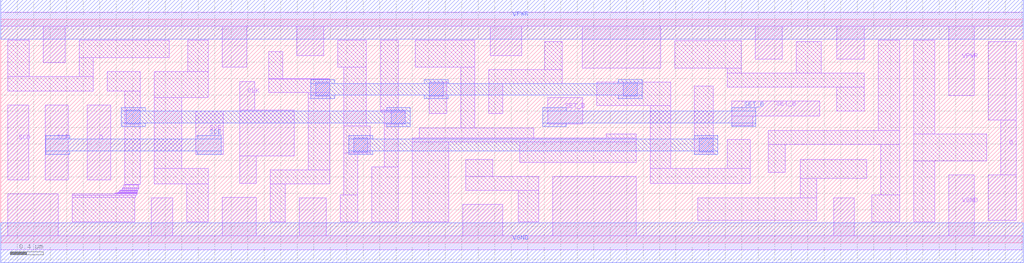
<source format=lef>
# Copyright 2020 The SkyWater PDK Authors
#
# Licensed under the Apache License, Version 2.0 (the "License");
# you may not use this file except in compliance with the License.
# You may obtain a copy of the License at
#
#     https://www.apache.org/licenses/LICENSE-2.0
#
# Unless required by applicable law or agreed to in writing, software
# distributed under the License is distributed on an "AS IS" BASIS,
# WITHOUT WARRANTIES OR CONDITIONS OF ANY KIND, either express or implied.
# See the License for the specific language governing permissions and
# limitations under the License.
#
# SPDX-License-Identifier: Apache-2.0

VERSION 5.5 ;
NAMESCASESENSITIVE ON ;
BUSBITCHARS "[]" ;
DIVIDERCHAR "/" ;
MACRO sky130_fd_sc_hd__sdfstp_1
  CLASS CORE ;
  SOURCE USER ;
  ORIGIN  0.000000  0.000000 ;
  SIZE  12.42000 BY  2.720000 ;
  SYMMETRY X Y R90 ;
  SITE unithd ;
  PIN D
    ANTENNAGATEAREA  0.159000 ;
    DIRECTION INPUT ;
    USE SIGNAL ;
    PORT
      LAYER li1 ;
        RECT 1.050000 0.765000 1.335000 1.675000 ;
    END
  END D
  PIN Q
    ANTENNADIFFAREA  0.429000 ;
    DIRECTION OUTPUT ;
    USE SIGNAL ;
    PORT
      LAYER li1 ;
        RECT 11.995000 0.275000 12.335000 0.825000 ;
        RECT 11.995000 1.495000 12.335000 2.450000 ;
        RECT 12.145000 0.825000 12.335000 1.495000 ;
    END
  END Q
  PIN SCD
    ANTENNAGATEAREA  0.159000 ;
    DIRECTION INPUT ;
    USE SIGNAL ;
    PORT
      LAYER li1 ;
        RECT 0.085000 0.765000 0.340000 1.675000 ;
    END
  END SCD
  PIN SCE
    ANTENNAGATEAREA  0.318000 ;
    DIRECTION INPUT ;
    USE SIGNAL ;
    PORT
      LAYER li1 ;
        RECT 0.540000 0.765000 0.820000 1.675000 ;
    END
    PORT
      LAYER li1 ;
        RECT 2.370000 1.075000 2.700000 1.600000 ;
    END
    PORT
      LAYER met1 ;
        RECT 0.545000 1.075000 0.835000 1.120000 ;
        RECT 0.545000 1.120000 2.675000 1.260000 ;
        RECT 0.545000 1.260000 0.835000 1.305000 ;
        RECT 2.385000 1.075000 2.675000 1.120000 ;
        RECT 2.385000 1.260000 2.675000 1.305000 ;
    END
  END SCE
  PIN SET_B
    ANTENNAGATEAREA  0.252000 ;
    DIRECTION INPUT ;
    USE SIGNAL ;
    PORT
      LAYER li1 ;
        RECT 6.640000 1.445000 7.065000 1.765000 ;
    END
    PORT
      LAYER li1 ;
        RECT 8.880000 1.425000 9.135000 1.545000 ;
        RECT 8.880000 1.545000 9.945000 1.725000 ;
    END
    PORT
      LAYER met1 ;
        RECT 6.580000 1.415000 6.870000 1.460000 ;
        RECT 6.580000 1.460000 9.170000 1.600000 ;
        RECT 6.580000 1.600000 6.870000 1.645000 ;
        RECT 8.880000 1.415000 9.170000 1.460000 ;
        RECT 8.880000 1.600000 9.170000 1.645000 ;
    END
  END SET_B
  PIN CLK
    ANTENNAGATEAREA  0.159000 ;
    DIRECTION INPUT ;
    USE CLOCK ;
    PORT
      LAYER li1 ;
        RECT 2.905000 0.725000 3.100000 1.055000 ;
        RECT 2.905000 1.055000 3.565000 1.615000 ;
        RECT 2.905000 1.615000 3.085000 1.960000 ;
    END
  END CLK
  PIN VGND
    DIRECTION INOUT ;
    SHAPE ABUTMENT ;
    USE GROUND ;
    PORT
      LAYER li1 ;
        RECT  0.000000 -0.085000 12.420000 0.085000 ;
        RECT  0.085000  0.085000  0.700000 0.595000 ;
        RECT  1.825000  0.085000  2.090000 0.545000 ;
        RECT  2.690000  0.085000  3.100000 0.555000 ;
        RECT  3.625000  0.085000  3.955000 0.545000 ;
        RECT  5.610000  0.085000  6.095000 0.465000 ;
        RECT  6.705000  0.085000  7.715000 0.805000 ;
        RECT 10.115000  0.085000 10.365000 0.545000 ;
        RECT 11.515000  0.085000 11.825000 0.825000 ;
    END
    PORT
      LAYER met1 ;
        RECT 0.000000 -0.240000 12.420000 0.240000 ;
    END
  END VGND
  PIN VNB
    DIRECTION INOUT ;
    USE GROUND ;
    PORT
    END
  END VNB
  PIN VPB
    DIRECTION INOUT ;
    USE POWER ;
    PORT
    END
  END VPB
  PIN VPWR
    DIRECTION INOUT ;
    SHAPE ABUTMENT ;
    USE POWER ;
    PORT
      LAYER li1 ;
        RECT  0.000000 2.635000 12.420000 2.805000 ;
        RECT  0.515000 2.195000  0.785000 2.635000 ;
        RECT  2.690000 2.140000  2.985000 2.635000 ;
        RECT  3.595000 2.275000  3.925000 2.635000 ;
        RECT  5.945000 2.275000  6.330000 2.635000 ;
        RECT  7.060000 2.125000  8.015000 2.635000 ;
        RECT  9.160000 2.235000  9.490000 2.635000 ;
        RECT 10.155000 2.235000 10.485000 2.635000 ;
        RECT 11.515000 1.790000 11.825000 2.635000 ;
    END
    PORT
      LAYER met1 ;
        RECT 0.000000 2.480000 12.420000 2.960000 ;
    END
  END VPWR
  OBS
    LAYER li1 ;
      RECT  0.085000 1.845000  1.125000 2.025000 ;
      RECT  0.085000 2.025000  0.345000 2.465000 ;
      RECT  0.870000 0.255000  1.625000 0.555000 ;
      RECT  0.870000 0.555000  1.640000 0.575000 ;
      RECT  0.870000 0.575000  1.650000 0.595000 ;
      RECT  0.955000 2.025000  1.125000 2.255000 ;
      RECT  0.955000 2.255000  2.045000 2.465000 ;
      RECT  1.295000 1.845000  1.695000 2.085000 ;
      RECT  1.380000 0.595000  1.660000 0.600000 ;
      RECT  1.395000 0.600000  1.660000 0.605000 ;
      RECT  1.405000 0.605000  1.660000 0.610000 ;
      RECT  1.420000 0.610000  1.660000 0.615000 ;
      RECT  1.430000 0.615000  1.660000 0.620000 ;
      RECT  1.440000 0.620000  1.665000 0.630000 ;
      RECT  1.445000 0.630000  1.665000 0.635000 ;
      RECT  1.460000 0.635000  1.665000 0.645000 ;
      RECT  1.475000 0.645000  1.670000 0.660000 ;
      RECT  1.475000 0.660000  1.675000 0.665000 ;
      RECT  1.495000 0.665000  1.675000 0.705000 ;
      RECT  1.505000 0.705000  1.675000 0.710000 ;
      RECT  1.505000 0.710000  1.695000 1.845000 ;
      RECT  1.865000 0.715000  2.520000 0.905000 ;
      RECT  1.865000 0.905000  2.200000 1.770000 ;
      RECT  1.865000 1.770000  2.520000 2.085000 ;
      RECT  2.260000 0.255000  2.520000 0.715000 ;
      RECT  2.270000 2.085000  2.520000 2.465000 ;
      RECT  3.255000 1.830000  3.995000 1.990000 ;
      RECT  3.255000 1.990000  3.985000 2.000000 ;
      RECT  3.255000 2.000000  3.425000 2.325000 ;
      RECT  3.270000 0.255000  3.455000 0.715000 ;
      RECT  3.270000 0.715000  3.995000 0.885000 ;
      RECT  3.735000 0.885000  3.995000 1.830000 ;
      RECT  4.095000 2.135000  4.440000 2.465000 ;
      RECT  4.125000 0.255000  4.335000 0.585000 ;
      RECT  4.165000 0.585000  4.335000 1.090000 ;
      RECT  4.165000 1.090000  4.490000 1.420000 ;
      RECT  4.165000 1.420000  4.440000 2.135000 ;
      RECT  4.505000 0.255000  4.830000 0.920000 ;
      RECT  4.615000 1.590000  4.915000 1.615000 ;
      RECT  4.615000 1.615000  4.830000 2.465000 ;
      RECT  4.660000 0.920000  4.830000 1.445000 ;
      RECT  4.660000 1.445000  4.915000 1.590000 ;
      RECT  5.000000 0.255000  5.440000 1.225000 ;
      RECT  5.000000 1.225000  7.715000 1.275000 ;
      RECT  5.035000 2.135000  5.755000 2.465000 ;
      RECT  5.085000 1.275000  6.475000 1.395000 ;
      RECT  5.205000 1.575000  5.415000 1.955000 ;
      RECT  5.585000 1.395000  5.755000 2.135000 ;
      RECT  5.645000 0.635000  6.535000 0.805000 ;
      RECT  5.645000 0.805000  5.975000 1.015000 ;
      RECT  5.925000 1.575000  6.095000 1.935000 ;
      RECT  5.925000 1.935000  6.820000 2.105000 ;
      RECT  6.285000 0.255000  6.535000 0.635000 ;
      RECT  6.305000 0.975000  7.715000 1.225000 ;
      RECT  6.605000 2.105000  6.820000 2.450000 ;
      RECT  7.235000 1.670000  8.135000 1.955000 ;
      RECT  7.355000 1.275000  7.715000 1.325000 ;
      RECT  7.885000 0.720000  9.105000 0.905000 ;
      RECT  7.885000 0.905000  8.135000 1.670000 ;
      RECT  8.185000 2.125000  8.990000 2.460000 ;
      RECT  8.425000 1.075000  8.650000 1.905000 ;
      RECT  8.465000 0.275000  9.910000 0.545000 ;
      RECT  8.820000 0.905000  9.105000 1.255000 ;
      RECT  8.820000 1.895000 10.485000 2.065000 ;
      RECT  8.820000 2.065000  8.990000 2.125000 ;
      RECT  9.320000 0.855000  9.530000 1.195000 ;
      RECT  9.320000 1.195000 10.915000 1.365000 ;
      RECT  9.660000 2.065000  9.965000 2.450000 ;
      RECT  9.710000 0.545000  9.910000 0.785000 ;
      RECT  9.710000 0.785000 10.515000 1.015000 ;
      RECT 10.155000 1.605000 10.485000 1.895000 ;
      RECT 10.575000 0.255000 10.915000 0.585000 ;
      RECT 10.655000 1.365000 10.915000 2.465000 ;
      RECT 10.685000 0.585000 10.915000 1.195000 ;
      RECT 11.085000 0.255000 11.345000 0.995000 ;
      RECT 11.085000 0.995000 11.975000 1.325000 ;
      RECT 11.085000 1.325000 11.345000 2.465000 ;
    LAYER mcon ;
      RECT 1.525000 1.445000 1.695000 1.615000 ;
      RECT 3.825000 1.785000 3.995000 1.955000 ;
      RECT 4.285000 1.105000 4.455000 1.275000 ;
      RECT 4.745000 1.445000 4.915000 1.615000 ;
      RECT 5.205000 1.785000 5.375000 1.955000 ;
      RECT 7.560000 1.785000 7.730000 1.955000 ;
      RECT 8.480000 1.105000 8.650000 1.275000 ;
    LAYER met1 ;
      RECT 1.465000 1.415000 1.755000 1.460000 ;
      RECT 1.465000 1.460000 4.975000 1.600000 ;
      RECT 1.465000 1.600000 1.755000 1.645000 ;
      RECT 3.765000 1.755000 4.055000 1.800000 ;
      RECT 3.765000 1.800000 7.790000 1.940000 ;
      RECT 3.765000 1.940000 4.055000 1.985000 ;
      RECT 4.225000 1.075000 4.515000 1.120000 ;
      RECT 4.225000 1.120000 8.710000 1.260000 ;
      RECT 4.225000 1.260000 4.515000 1.305000 ;
      RECT 4.685000 1.415000 4.975000 1.460000 ;
      RECT 4.685000 1.600000 4.975000 1.645000 ;
      RECT 5.145000 1.755000 5.435000 1.800000 ;
      RECT 5.145000 1.940000 5.435000 1.985000 ;
      RECT 7.500000 1.755000 7.790000 1.800000 ;
      RECT 7.500000 1.940000 7.790000 1.985000 ;
      RECT 8.420000 1.075000 8.710000 1.120000 ;
      RECT 8.420000 1.260000 8.710000 1.305000 ;
  END
END sky130_fd_sc_hd__sdfstp_1
END LIBRARY

</source>
